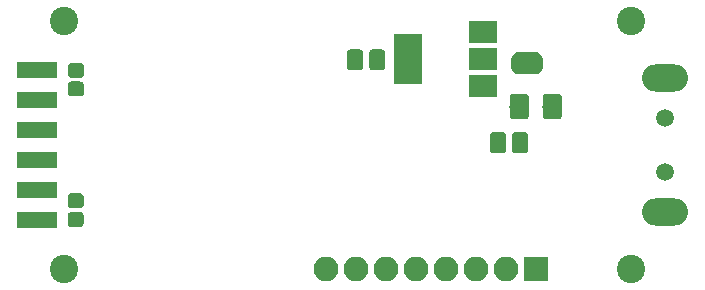
<source format=gbr>
G04 #@! TF.GenerationSoftware,KiCad,Pcbnew,(5.0.0-3-g5ebb6b6)*
G04 #@! TF.CreationDate,2019-02-08T12:04:07-05:00*
G04 #@! TF.ProjectId,ROCKETasp,524F434B45546173702E6B696361645F,2.0*
G04 #@! TF.SameCoordinates,Original*
G04 #@! TF.FileFunction,Soldermask,Bot*
G04 #@! TF.FilePolarity,Negative*
%FSLAX46Y46*%
G04 Gerber Fmt 4.6, Leading zero omitted, Abs format (unit mm)*
G04 Created by KiCad (PCBNEW (5.0.0-3-g5ebb6b6)) date Friday, February 08, 2019 at 12:04:07 PM*
%MOMM*%
%LPD*%
G01*
G04 APERTURE LIST*
%ADD10C,2.400000*%
%ADD11C,0.100000*%
%ADD12C,1.275000*%
%ADD13C,1.375000*%
%ADD14C,1.650000*%
%ADD15O,3.900000X2.300000*%
%ADD16C,1.500000*%
%ADD17R,2.100000X2.100000*%
%ADD18O,2.100000X2.100000*%
%ADD19R,3.400000X1.400000*%
%ADD20C,0.500000*%
%ADD21R,2.400000X4.200000*%
%ADD22R,2.400000X1.900000*%
G04 APERTURE END LIST*
D10*
G04 #@! TO.C,REF\002A\002A*
X168000000Y-108250000D03*
G04 #@! TD*
G04 #@! TO.C,REF\002A\002A*
X168000000Y-87250000D03*
G04 #@! TD*
G04 #@! TO.C,REF\002A\002A*
X120000000Y-108250000D03*
G04 #@! TD*
G04 #@! TO.C,REF\002A\002A*
X120000000Y-87250000D03*
G04 #@! TD*
D11*
G04 #@! TO.C,C3*
G36*
X121431193Y-92378935D02*
X121462135Y-92383525D01*
X121492478Y-92391125D01*
X121521930Y-92401663D01*
X121550208Y-92415038D01*
X121577038Y-92431119D01*
X121602163Y-92449753D01*
X121625340Y-92470760D01*
X121646347Y-92493937D01*
X121664981Y-92519062D01*
X121681062Y-92545892D01*
X121694437Y-92574170D01*
X121704975Y-92603622D01*
X121712575Y-92633965D01*
X121717165Y-92664907D01*
X121718700Y-92696150D01*
X121718700Y-93333650D01*
X121717165Y-93364893D01*
X121712575Y-93395835D01*
X121704975Y-93426178D01*
X121694437Y-93455630D01*
X121681062Y-93483908D01*
X121664981Y-93510738D01*
X121646347Y-93535863D01*
X121625340Y-93559040D01*
X121602163Y-93580047D01*
X121577038Y-93598681D01*
X121550208Y-93614762D01*
X121521930Y-93628137D01*
X121492478Y-93638675D01*
X121462135Y-93646275D01*
X121431193Y-93650865D01*
X121399950Y-93652400D01*
X120687450Y-93652400D01*
X120656207Y-93650865D01*
X120625265Y-93646275D01*
X120594922Y-93638675D01*
X120565470Y-93628137D01*
X120537192Y-93614762D01*
X120510362Y-93598681D01*
X120485237Y-93580047D01*
X120462060Y-93559040D01*
X120441053Y-93535863D01*
X120422419Y-93510738D01*
X120406338Y-93483908D01*
X120392963Y-93455630D01*
X120382425Y-93426178D01*
X120374825Y-93395835D01*
X120370235Y-93364893D01*
X120368700Y-93333650D01*
X120368700Y-92696150D01*
X120370235Y-92664907D01*
X120374825Y-92633965D01*
X120382425Y-92603622D01*
X120392963Y-92574170D01*
X120406338Y-92545892D01*
X120422419Y-92519062D01*
X120441053Y-92493937D01*
X120462060Y-92470760D01*
X120485237Y-92449753D01*
X120510362Y-92431119D01*
X120537192Y-92415038D01*
X120565470Y-92401663D01*
X120594922Y-92391125D01*
X120625265Y-92383525D01*
X120656207Y-92378935D01*
X120687450Y-92377400D01*
X121399950Y-92377400D01*
X121431193Y-92378935D01*
X121431193Y-92378935D01*
G37*
D12*
X121043700Y-93014900D03*
D11*
G36*
X121431193Y-90803935D02*
X121462135Y-90808525D01*
X121492478Y-90816125D01*
X121521930Y-90826663D01*
X121550208Y-90840038D01*
X121577038Y-90856119D01*
X121602163Y-90874753D01*
X121625340Y-90895760D01*
X121646347Y-90918937D01*
X121664981Y-90944062D01*
X121681062Y-90970892D01*
X121694437Y-90999170D01*
X121704975Y-91028622D01*
X121712575Y-91058965D01*
X121717165Y-91089907D01*
X121718700Y-91121150D01*
X121718700Y-91758650D01*
X121717165Y-91789893D01*
X121712575Y-91820835D01*
X121704975Y-91851178D01*
X121694437Y-91880630D01*
X121681062Y-91908908D01*
X121664981Y-91935738D01*
X121646347Y-91960863D01*
X121625340Y-91984040D01*
X121602163Y-92005047D01*
X121577038Y-92023681D01*
X121550208Y-92039762D01*
X121521930Y-92053137D01*
X121492478Y-92063675D01*
X121462135Y-92071275D01*
X121431193Y-92075865D01*
X121399950Y-92077400D01*
X120687450Y-92077400D01*
X120656207Y-92075865D01*
X120625265Y-92071275D01*
X120594922Y-92063675D01*
X120565470Y-92053137D01*
X120537192Y-92039762D01*
X120510362Y-92023681D01*
X120485237Y-92005047D01*
X120462060Y-91984040D01*
X120441053Y-91960863D01*
X120422419Y-91935738D01*
X120406338Y-91908908D01*
X120392963Y-91880630D01*
X120382425Y-91851178D01*
X120374825Y-91820835D01*
X120370235Y-91789893D01*
X120368700Y-91758650D01*
X120368700Y-91121150D01*
X120370235Y-91089907D01*
X120374825Y-91058965D01*
X120382425Y-91028622D01*
X120392963Y-90999170D01*
X120406338Y-90970892D01*
X120422419Y-90944062D01*
X120441053Y-90918937D01*
X120462060Y-90895760D01*
X120485237Y-90874753D01*
X120510362Y-90856119D01*
X120537192Y-90840038D01*
X120565470Y-90826663D01*
X120594922Y-90816125D01*
X120625265Y-90808525D01*
X120656207Y-90803935D01*
X120687450Y-90802400D01*
X121399950Y-90802400D01*
X121431193Y-90803935D01*
X121431193Y-90803935D01*
G37*
D12*
X121043700Y-91439900D03*
G04 #@! TD*
D11*
G04 #@! TO.C,C7*
G36*
X146933143Y-89652655D02*
X146966512Y-89657605D01*
X146999235Y-89665802D01*
X147030997Y-89677166D01*
X147061493Y-89691590D01*
X147090427Y-89708932D01*
X147117523Y-89729028D01*
X147142518Y-89751682D01*
X147165172Y-89776677D01*
X147185268Y-89803773D01*
X147202610Y-89832707D01*
X147217034Y-89863203D01*
X147228398Y-89894965D01*
X147236595Y-89927688D01*
X147241545Y-89961057D01*
X147243200Y-89994750D01*
X147243200Y-91107250D01*
X147241545Y-91140943D01*
X147236595Y-91174312D01*
X147228398Y-91207035D01*
X147217034Y-91238797D01*
X147202610Y-91269293D01*
X147185268Y-91298227D01*
X147165172Y-91325323D01*
X147142518Y-91350318D01*
X147117523Y-91372972D01*
X147090427Y-91393068D01*
X147061493Y-91410410D01*
X147030997Y-91424834D01*
X146999235Y-91436198D01*
X146966512Y-91444395D01*
X146933143Y-91449345D01*
X146899450Y-91451000D01*
X146211950Y-91451000D01*
X146178257Y-91449345D01*
X146144888Y-91444395D01*
X146112165Y-91436198D01*
X146080403Y-91424834D01*
X146049907Y-91410410D01*
X146020973Y-91393068D01*
X145993877Y-91372972D01*
X145968882Y-91350318D01*
X145946228Y-91325323D01*
X145926132Y-91298227D01*
X145908790Y-91269293D01*
X145894366Y-91238797D01*
X145883002Y-91207035D01*
X145874805Y-91174312D01*
X145869855Y-91140943D01*
X145868200Y-91107250D01*
X145868200Y-89994750D01*
X145869855Y-89961057D01*
X145874805Y-89927688D01*
X145883002Y-89894965D01*
X145894366Y-89863203D01*
X145908790Y-89832707D01*
X145926132Y-89803773D01*
X145946228Y-89776677D01*
X145968882Y-89751682D01*
X145993877Y-89729028D01*
X146020973Y-89708932D01*
X146049907Y-89691590D01*
X146080403Y-89677166D01*
X146112165Y-89665802D01*
X146144888Y-89657605D01*
X146178257Y-89652655D01*
X146211950Y-89651000D01*
X146899450Y-89651000D01*
X146933143Y-89652655D01*
X146933143Y-89652655D01*
G37*
D13*
X146555700Y-90551000D03*
D11*
G36*
X145058143Y-89652655D02*
X145091512Y-89657605D01*
X145124235Y-89665802D01*
X145155997Y-89677166D01*
X145186493Y-89691590D01*
X145215427Y-89708932D01*
X145242523Y-89729028D01*
X145267518Y-89751682D01*
X145290172Y-89776677D01*
X145310268Y-89803773D01*
X145327610Y-89832707D01*
X145342034Y-89863203D01*
X145353398Y-89894965D01*
X145361595Y-89927688D01*
X145366545Y-89961057D01*
X145368200Y-89994750D01*
X145368200Y-91107250D01*
X145366545Y-91140943D01*
X145361595Y-91174312D01*
X145353398Y-91207035D01*
X145342034Y-91238797D01*
X145327610Y-91269293D01*
X145310268Y-91298227D01*
X145290172Y-91325323D01*
X145267518Y-91350318D01*
X145242523Y-91372972D01*
X145215427Y-91393068D01*
X145186493Y-91410410D01*
X145155997Y-91424834D01*
X145124235Y-91436198D01*
X145091512Y-91444395D01*
X145058143Y-91449345D01*
X145024450Y-91451000D01*
X144336950Y-91451000D01*
X144303257Y-91449345D01*
X144269888Y-91444395D01*
X144237165Y-91436198D01*
X144205403Y-91424834D01*
X144174907Y-91410410D01*
X144145973Y-91393068D01*
X144118877Y-91372972D01*
X144093882Y-91350318D01*
X144071228Y-91325323D01*
X144051132Y-91298227D01*
X144033790Y-91269293D01*
X144019366Y-91238797D01*
X144008002Y-91207035D01*
X143999805Y-91174312D01*
X143994855Y-91140943D01*
X143993200Y-91107250D01*
X143993200Y-89994750D01*
X143994855Y-89961057D01*
X143999805Y-89927688D01*
X144008002Y-89894965D01*
X144019366Y-89863203D01*
X144033790Y-89832707D01*
X144051132Y-89803773D01*
X144071228Y-89776677D01*
X144093882Y-89751682D01*
X144118877Y-89729028D01*
X144145973Y-89708932D01*
X144174907Y-89691590D01*
X144205403Y-89677166D01*
X144237165Y-89665802D01*
X144269888Y-89657605D01*
X144303257Y-89652655D01*
X144336950Y-89651000D01*
X145024450Y-89651000D01*
X145058143Y-89652655D01*
X145058143Y-89652655D01*
G37*
D13*
X144680700Y-90551000D03*
G04 #@! TD*
D11*
G04 #@! TO.C,C8*
G36*
X157148543Y-96675755D02*
X157181912Y-96680705D01*
X157214635Y-96688902D01*
X157246397Y-96700266D01*
X157276893Y-96714690D01*
X157305827Y-96732032D01*
X157332923Y-96752128D01*
X157357918Y-96774782D01*
X157380572Y-96799777D01*
X157400668Y-96826873D01*
X157418010Y-96855807D01*
X157432434Y-96886303D01*
X157443798Y-96918065D01*
X157451995Y-96950788D01*
X157456945Y-96984157D01*
X157458600Y-97017850D01*
X157458600Y-98130350D01*
X157456945Y-98164043D01*
X157451995Y-98197412D01*
X157443798Y-98230135D01*
X157432434Y-98261897D01*
X157418010Y-98292393D01*
X157400668Y-98321327D01*
X157380572Y-98348423D01*
X157357918Y-98373418D01*
X157332923Y-98396072D01*
X157305827Y-98416168D01*
X157276893Y-98433510D01*
X157246397Y-98447934D01*
X157214635Y-98459298D01*
X157181912Y-98467495D01*
X157148543Y-98472445D01*
X157114850Y-98474100D01*
X156427350Y-98474100D01*
X156393657Y-98472445D01*
X156360288Y-98467495D01*
X156327565Y-98459298D01*
X156295803Y-98447934D01*
X156265307Y-98433510D01*
X156236373Y-98416168D01*
X156209277Y-98396072D01*
X156184282Y-98373418D01*
X156161628Y-98348423D01*
X156141532Y-98321327D01*
X156124190Y-98292393D01*
X156109766Y-98261897D01*
X156098402Y-98230135D01*
X156090205Y-98197412D01*
X156085255Y-98164043D01*
X156083600Y-98130350D01*
X156083600Y-97017850D01*
X156085255Y-96984157D01*
X156090205Y-96950788D01*
X156098402Y-96918065D01*
X156109766Y-96886303D01*
X156124190Y-96855807D01*
X156141532Y-96826873D01*
X156161628Y-96799777D01*
X156184282Y-96774782D01*
X156209277Y-96752128D01*
X156236373Y-96732032D01*
X156265307Y-96714690D01*
X156295803Y-96700266D01*
X156327565Y-96688902D01*
X156360288Y-96680705D01*
X156393657Y-96675755D01*
X156427350Y-96674100D01*
X157114850Y-96674100D01*
X157148543Y-96675755D01*
X157148543Y-96675755D01*
G37*
D13*
X156771100Y-97574100D03*
D11*
G36*
X159023543Y-96675755D02*
X159056912Y-96680705D01*
X159089635Y-96688902D01*
X159121397Y-96700266D01*
X159151893Y-96714690D01*
X159180827Y-96732032D01*
X159207923Y-96752128D01*
X159232918Y-96774782D01*
X159255572Y-96799777D01*
X159275668Y-96826873D01*
X159293010Y-96855807D01*
X159307434Y-96886303D01*
X159318798Y-96918065D01*
X159326995Y-96950788D01*
X159331945Y-96984157D01*
X159333600Y-97017850D01*
X159333600Y-98130350D01*
X159331945Y-98164043D01*
X159326995Y-98197412D01*
X159318798Y-98230135D01*
X159307434Y-98261897D01*
X159293010Y-98292393D01*
X159275668Y-98321327D01*
X159255572Y-98348423D01*
X159232918Y-98373418D01*
X159207923Y-98396072D01*
X159180827Y-98416168D01*
X159151893Y-98433510D01*
X159121397Y-98447934D01*
X159089635Y-98459298D01*
X159056912Y-98467495D01*
X159023543Y-98472445D01*
X158989850Y-98474100D01*
X158302350Y-98474100D01*
X158268657Y-98472445D01*
X158235288Y-98467495D01*
X158202565Y-98459298D01*
X158170803Y-98447934D01*
X158140307Y-98433510D01*
X158111373Y-98416168D01*
X158084277Y-98396072D01*
X158059282Y-98373418D01*
X158036628Y-98348423D01*
X158016532Y-98321327D01*
X157999190Y-98292393D01*
X157984766Y-98261897D01*
X157973402Y-98230135D01*
X157965205Y-98197412D01*
X157960255Y-98164043D01*
X157958600Y-98130350D01*
X157958600Y-97017850D01*
X157960255Y-96984157D01*
X157965205Y-96950788D01*
X157973402Y-96918065D01*
X157984766Y-96886303D01*
X157999190Y-96855807D01*
X158016532Y-96826873D01*
X158036628Y-96799777D01*
X158059282Y-96774782D01*
X158084277Y-96752128D01*
X158111373Y-96732032D01*
X158140307Y-96714690D01*
X158170803Y-96700266D01*
X158202565Y-96688902D01*
X158235288Y-96680705D01*
X158268657Y-96675755D01*
X158302350Y-96674100D01*
X158989850Y-96674100D01*
X159023543Y-96675755D01*
X159023543Y-96675755D01*
G37*
D13*
X158646100Y-97574100D03*
G04 #@! TD*
D11*
G04 #@! TO.C,C9*
G36*
X121405793Y-103427935D02*
X121436735Y-103432525D01*
X121467078Y-103440125D01*
X121496530Y-103450663D01*
X121524808Y-103464038D01*
X121551638Y-103480119D01*
X121576763Y-103498753D01*
X121599940Y-103519760D01*
X121620947Y-103542937D01*
X121639581Y-103568062D01*
X121655662Y-103594892D01*
X121669037Y-103623170D01*
X121679575Y-103652622D01*
X121687175Y-103682965D01*
X121691765Y-103713907D01*
X121693300Y-103745150D01*
X121693300Y-104382650D01*
X121691765Y-104413893D01*
X121687175Y-104444835D01*
X121679575Y-104475178D01*
X121669037Y-104504630D01*
X121655662Y-104532908D01*
X121639581Y-104559738D01*
X121620947Y-104584863D01*
X121599940Y-104608040D01*
X121576763Y-104629047D01*
X121551638Y-104647681D01*
X121524808Y-104663762D01*
X121496530Y-104677137D01*
X121467078Y-104687675D01*
X121436735Y-104695275D01*
X121405793Y-104699865D01*
X121374550Y-104701400D01*
X120662050Y-104701400D01*
X120630807Y-104699865D01*
X120599865Y-104695275D01*
X120569522Y-104687675D01*
X120540070Y-104677137D01*
X120511792Y-104663762D01*
X120484962Y-104647681D01*
X120459837Y-104629047D01*
X120436660Y-104608040D01*
X120415653Y-104584863D01*
X120397019Y-104559738D01*
X120380938Y-104532908D01*
X120367563Y-104504630D01*
X120357025Y-104475178D01*
X120349425Y-104444835D01*
X120344835Y-104413893D01*
X120343300Y-104382650D01*
X120343300Y-103745150D01*
X120344835Y-103713907D01*
X120349425Y-103682965D01*
X120357025Y-103652622D01*
X120367563Y-103623170D01*
X120380938Y-103594892D01*
X120397019Y-103568062D01*
X120415653Y-103542937D01*
X120436660Y-103519760D01*
X120459837Y-103498753D01*
X120484962Y-103480119D01*
X120511792Y-103464038D01*
X120540070Y-103450663D01*
X120569522Y-103440125D01*
X120599865Y-103432525D01*
X120630807Y-103427935D01*
X120662050Y-103426400D01*
X121374550Y-103426400D01*
X121405793Y-103427935D01*
X121405793Y-103427935D01*
G37*
D12*
X121018300Y-104063900D03*
D11*
G36*
X121405793Y-101852935D02*
X121436735Y-101857525D01*
X121467078Y-101865125D01*
X121496530Y-101875663D01*
X121524808Y-101889038D01*
X121551638Y-101905119D01*
X121576763Y-101923753D01*
X121599940Y-101944760D01*
X121620947Y-101967937D01*
X121639581Y-101993062D01*
X121655662Y-102019892D01*
X121669037Y-102048170D01*
X121679575Y-102077622D01*
X121687175Y-102107965D01*
X121691765Y-102138907D01*
X121693300Y-102170150D01*
X121693300Y-102807650D01*
X121691765Y-102838893D01*
X121687175Y-102869835D01*
X121679575Y-102900178D01*
X121669037Y-102929630D01*
X121655662Y-102957908D01*
X121639581Y-102984738D01*
X121620947Y-103009863D01*
X121599940Y-103033040D01*
X121576763Y-103054047D01*
X121551638Y-103072681D01*
X121524808Y-103088762D01*
X121496530Y-103102137D01*
X121467078Y-103112675D01*
X121436735Y-103120275D01*
X121405793Y-103124865D01*
X121374550Y-103126400D01*
X120662050Y-103126400D01*
X120630807Y-103124865D01*
X120599865Y-103120275D01*
X120569522Y-103112675D01*
X120540070Y-103102137D01*
X120511792Y-103088762D01*
X120484962Y-103072681D01*
X120459837Y-103054047D01*
X120436660Y-103033040D01*
X120415653Y-103009863D01*
X120397019Y-102984738D01*
X120380938Y-102957908D01*
X120367563Y-102929630D01*
X120357025Y-102900178D01*
X120349425Y-102869835D01*
X120344835Y-102838893D01*
X120343300Y-102807650D01*
X120343300Y-102170150D01*
X120344835Y-102138907D01*
X120349425Y-102107965D01*
X120357025Y-102077622D01*
X120367563Y-102048170D01*
X120380938Y-102019892D01*
X120397019Y-101993062D01*
X120415653Y-101967937D01*
X120436660Y-101944760D01*
X120459837Y-101923753D01*
X120484962Y-101905119D01*
X120511792Y-101889038D01*
X120540070Y-101875663D01*
X120569522Y-101865125D01*
X120599865Y-101857525D01*
X120630807Y-101852935D01*
X120662050Y-101851400D01*
X121374550Y-101851400D01*
X121405793Y-101852935D01*
X121405793Y-101852935D01*
G37*
D12*
X121018300Y-102488900D03*
G04 #@! TD*
D11*
G04 #@! TO.C,F1*
G36*
X159109246Y-93427289D02*
X159141280Y-93432041D01*
X159172694Y-93439910D01*
X159203186Y-93450820D01*
X159232461Y-93464666D01*
X159260238Y-93481315D01*
X159286250Y-93500607D01*
X159310245Y-93522355D01*
X159331993Y-93546350D01*
X159351285Y-93572362D01*
X159367934Y-93600139D01*
X159381780Y-93629414D01*
X159392690Y-93659906D01*
X159400559Y-93691320D01*
X159405311Y-93723354D01*
X159406900Y-93755700D01*
X159406900Y-95245700D01*
X159405311Y-95278046D01*
X159400559Y-95310080D01*
X159392690Y-95341494D01*
X159381780Y-95371986D01*
X159367934Y-95401261D01*
X159351285Y-95429038D01*
X159331993Y-95455050D01*
X159310245Y-95479045D01*
X159286250Y-95500793D01*
X159260238Y-95520085D01*
X159232461Y-95536734D01*
X159203186Y-95550580D01*
X159172694Y-95561490D01*
X159141280Y-95569359D01*
X159109246Y-95574111D01*
X159076900Y-95575700D01*
X158086900Y-95575700D01*
X158054554Y-95574111D01*
X158022520Y-95569359D01*
X157991106Y-95561490D01*
X157960614Y-95550580D01*
X157931339Y-95536734D01*
X157903562Y-95520085D01*
X157877550Y-95500793D01*
X157853555Y-95479045D01*
X157831807Y-95455050D01*
X157812515Y-95429038D01*
X157795866Y-95401261D01*
X157782020Y-95371986D01*
X157771110Y-95341494D01*
X157763241Y-95310080D01*
X157758489Y-95278046D01*
X157756900Y-95245700D01*
X157756900Y-93755700D01*
X157758489Y-93723354D01*
X157763241Y-93691320D01*
X157771110Y-93659906D01*
X157782020Y-93629414D01*
X157795866Y-93600139D01*
X157812515Y-93572362D01*
X157831807Y-93546350D01*
X157853555Y-93522355D01*
X157877550Y-93500607D01*
X157903562Y-93481315D01*
X157931339Y-93464666D01*
X157960614Y-93450820D01*
X157991106Y-93439910D01*
X158022520Y-93432041D01*
X158054554Y-93427289D01*
X158086900Y-93425700D01*
X159076900Y-93425700D01*
X159109246Y-93427289D01*
X159109246Y-93427289D01*
G37*
D14*
X158581900Y-94500700D03*
D11*
G36*
X161909246Y-93427289D02*
X161941280Y-93432041D01*
X161972694Y-93439910D01*
X162003186Y-93450820D01*
X162032461Y-93464666D01*
X162060238Y-93481315D01*
X162086250Y-93500607D01*
X162110245Y-93522355D01*
X162131993Y-93546350D01*
X162151285Y-93572362D01*
X162167934Y-93600139D01*
X162181780Y-93629414D01*
X162192690Y-93659906D01*
X162200559Y-93691320D01*
X162205311Y-93723354D01*
X162206900Y-93755700D01*
X162206900Y-95245700D01*
X162205311Y-95278046D01*
X162200559Y-95310080D01*
X162192690Y-95341494D01*
X162181780Y-95371986D01*
X162167934Y-95401261D01*
X162151285Y-95429038D01*
X162131993Y-95455050D01*
X162110245Y-95479045D01*
X162086250Y-95500793D01*
X162060238Y-95520085D01*
X162032461Y-95536734D01*
X162003186Y-95550580D01*
X161972694Y-95561490D01*
X161941280Y-95569359D01*
X161909246Y-95574111D01*
X161876900Y-95575700D01*
X160886900Y-95575700D01*
X160854554Y-95574111D01*
X160822520Y-95569359D01*
X160791106Y-95561490D01*
X160760614Y-95550580D01*
X160731339Y-95536734D01*
X160703562Y-95520085D01*
X160677550Y-95500793D01*
X160653555Y-95479045D01*
X160631807Y-95455050D01*
X160612515Y-95429038D01*
X160595866Y-95401261D01*
X160582020Y-95371986D01*
X160571110Y-95341494D01*
X160563241Y-95310080D01*
X160558489Y-95278046D01*
X160556900Y-95245700D01*
X160556900Y-93755700D01*
X160558489Y-93723354D01*
X160563241Y-93691320D01*
X160571110Y-93659906D01*
X160582020Y-93629414D01*
X160595866Y-93600139D01*
X160612515Y-93572362D01*
X160631807Y-93546350D01*
X160653555Y-93522355D01*
X160677550Y-93500607D01*
X160703562Y-93481315D01*
X160731339Y-93464666D01*
X160760614Y-93450820D01*
X160791106Y-93439910D01*
X160822520Y-93432041D01*
X160854554Y-93427289D01*
X160886900Y-93425700D01*
X161876900Y-93425700D01*
X161909246Y-93427289D01*
X161909246Y-93427289D01*
G37*
D14*
X161381900Y-94500700D03*
G04 #@! TD*
D15*
G04 #@! TO.C,J1*
X170951600Y-92050000D03*
X170951600Y-103450000D03*
D16*
X170951600Y-95450000D03*
X170951600Y-100050000D03*
G04 #@! TD*
D17*
G04 #@! TO.C,J2*
X160000000Y-108250000D03*
D18*
X157460000Y-108250000D03*
X154920000Y-108250000D03*
X152380000Y-108250000D03*
X149840000Y-108250000D03*
X147300000Y-108250000D03*
X144760000Y-108250000D03*
X142220000Y-108250000D03*
G04 #@! TD*
D19*
G04 #@! TO.C,J3*
X117738400Y-91400000D03*
X117738400Y-93940000D03*
X117738400Y-96480000D03*
X117738400Y-99020000D03*
X117738400Y-101560000D03*
X117738400Y-104100000D03*
G04 #@! TD*
D20*
G04 #@! TO.C,JP1*
X159882600Y-90830400D03*
D11*
G36*
X159343582Y-91776557D02*
X159306063Y-91765176D01*
X159271486Y-91746694D01*
X159241179Y-91721821D01*
X159216306Y-91691514D01*
X159197824Y-91656937D01*
X159186443Y-91619418D01*
X159182600Y-91580400D01*
X159182600Y-90080400D01*
X159186443Y-90041382D01*
X159197824Y-90003863D01*
X159216306Y-89969286D01*
X159241179Y-89938979D01*
X159271486Y-89914106D01*
X159306063Y-89895624D01*
X159343582Y-89884243D01*
X159382600Y-89880400D01*
X159882600Y-89880400D01*
X159888712Y-89881002D01*
X159907134Y-89881002D01*
X159926740Y-89881965D01*
X159975571Y-89886775D01*
X159994980Y-89889654D01*
X160043105Y-89899226D01*
X160062148Y-89903996D01*
X160109103Y-89918240D01*
X160127580Y-89924851D01*
X160172913Y-89943628D01*
X160190661Y-89952023D01*
X160233934Y-89975154D01*
X160250762Y-89985240D01*
X160291561Y-90012500D01*
X160307330Y-90024195D01*
X160345259Y-90055323D01*
X160359800Y-90068503D01*
X160394497Y-90103200D01*
X160407677Y-90117741D01*
X160438805Y-90155670D01*
X160450500Y-90171439D01*
X160477760Y-90212238D01*
X160487846Y-90229066D01*
X160510977Y-90272339D01*
X160519372Y-90290087D01*
X160538149Y-90335420D01*
X160544760Y-90353897D01*
X160559004Y-90400852D01*
X160563774Y-90419895D01*
X160573346Y-90468020D01*
X160576225Y-90487429D01*
X160581035Y-90536260D01*
X160581998Y-90555866D01*
X160581998Y-90574288D01*
X160582600Y-90580400D01*
X160582600Y-91080400D01*
X160581998Y-91086512D01*
X160581998Y-91104934D01*
X160581035Y-91124540D01*
X160576225Y-91173371D01*
X160573346Y-91192780D01*
X160563774Y-91240905D01*
X160559004Y-91259948D01*
X160544760Y-91306903D01*
X160538149Y-91325380D01*
X160519372Y-91370713D01*
X160510977Y-91388461D01*
X160487846Y-91431734D01*
X160477760Y-91448562D01*
X160450500Y-91489361D01*
X160438805Y-91505130D01*
X160407677Y-91543059D01*
X160394497Y-91557600D01*
X160359800Y-91592297D01*
X160345259Y-91605477D01*
X160307330Y-91636605D01*
X160291561Y-91648300D01*
X160250762Y-91675560D01*
X160233934Y-91685646D01*
X160190661Y-91708777D01*
X160172913Y-91717172D01*
X160127580Y-91735949D01*
X160109103Y-91742560D01*
X160062148Y-91756804D01*
X160043105Y-91761574D01*
X159994980Y-91771146D01*
X159975571Y-91774025D01*
X159926740Y-91778835D01*
X159907134Y-91779798D01*
X159888712Y-91779798D01*
X159882600Y-91780400D01*
X159382600Y-91780400D01*
X159343582Y-91776557D01*
X159343582Y-91776557D01*
G37*
D20*
X158582600Y-90830400D03*
D11*
G36*
X158576488Y-91779798D02*
X158558066Y-91779798D01*
X158538460Y-91778835D01*
X158489629Y-91774025D01*
X158470220Y-91771146D01*
X158422095Y-91761574D01*
X158403052Y-91756804D01*
X158356097Y-91742560D01*
X158337620Y-91735949D01*
X158292287Y-91717172D01*
X158274539Y-91708777D01*
X158231266Y-91685646D01*
X158214438Y-91675560D01*
X158173639Y-91648300D01*
X158157870Y-91636605D01*
X158119941Y-91605477D01*
X158105400Y-91592297D01*
X158070703Y-91557600D01*
X158057523Y-91543059D01*
X158026395Y-91505130D01*
X158014700Y-91489361D01*
X157987440Y-91448562D01*
X157977354Y-91431734D01*
X157954223Y-91388461D01*
X157945828Y-91370713D01*
X157927051Y-91325380D01*
X157920440Y-91306903D01*
X157906196Y-91259948D01*
X157901426Y-91240905D01*
X157891854Y-91192780D01*
X157888975Y-91173371D01*
X157884165Y-91124540D01*
X157883202Y-91104934D01*
X157883202Y-91086512D01*
X157882600Y-91080400D01*
X157882600Y-90580400D01*
X157883202Y-90574288D01*
X157883202Y-90555866D01*
X157884165Y-90536260D01*
X157888975Y-90487429D01*
X157891854Y-90468020D01*
X157901426Y-90419895D01*
X157906196Y-90400852D01*
X157920440Y-90353897D01*
X157927051Y-90335420D01*
X157945828Y-90290087D01*
X157954223Y-90272339D01*
X157977354Y-90229066D01*
X157987440Y-90212238D01*
X158014700Y-90171439D01*
X158026395Y-90155670D01*
X158057523Y-90117741D01*
X158070703Y-90103200D01*
X158105400Y-90068503D01*
X158119941Y-90055323D01*
X158157870Y-90024195D01*
X158173639Y-90012500D01*
X158214438Y-89985240D01*
X158231266Y-89975154D01*
X158274539Y-89952023D01*
X158292287Y-89943628D01*
X158337620Y-89924851D01*
X158356097Y-89918240D01*
X158403052Y-89903996D01*
X158422095Y-89899226D01*
X158470220Y-89889654D01*
X158489629Y-89886775D01*
X158538460Y-89881965D01*
X158558066Y-89881002D01*
X158576488Y-89881002D01*
X158582600Y-89880400D01*
X159082600Y-89880400D01*
X159121618Y-89884243D01*
X159159137Y-89895624D01*
X159193714Y-89914106D01*
X159224021Y-89938979D01*
X159248894Y-89969286D01*
X159267376Y-90003863D01*
X159278757Y-90041382D01*
X159282600Y-90080400D01*
X159282600Y-91580400D01*
X159278757Y-91619418D01*
X159267376Y-91656937D01*
X159248894Y-91691514D01*
X159224021Y-91721821D01*
X159193714Y-91746694D01*
X159159137Y-91765176D01*
X159121618Y-91776557D01*
X159082600Y-91780400D01*
X158582600Y-91780400D01*
X158576488Y-91779798D01*
X158576488Y-91779798D01*
G37*
G04 #@! TD*
D21*
G04 #@! TO.C,U2*
X149199200Y-90449400D03*
D22*
X155499200Y-90449400D03*
X155499200Y-92749400D03*
X155499200Y-88149400D03*
G04 #@! TD*
M02*

</source>
